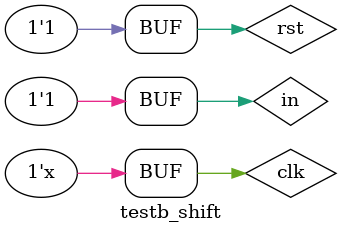
<source format=v>
module shift_serial_input(rst,clk,in,out);
    input in, clk, rst;
    output [3:0] out;
    reg [3:0] out;
    always @(posedge clk or negedge rst) begin
        if(! rst) begin
            out = in;
        end
        else begin
            out = {in,out} >> 1;
        end
    end 
endmodule

module testb_shift;
    reg in, clk, rst;
    wire [3:0] out;
    
    shift_serial_input dut(rst,clk,in,out);
    
    initial begin
        clk = 0;
        rst = 1;
        #1
        rst = 0;
        #4
        rst = 1;
        in = 1;
        #2
        in = 1;
        #2
        in = 0;
        #2
        in = 1;
    end

    always #1 clk = ~clk;
endmodule
</source>
